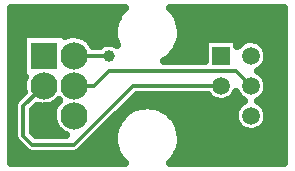
<source format=gbr>
G04 DipTrace 2.4.0.2*
%INTop.gbr*%
%MOIN*%
%ADD13C,0.0118*%
%ADD14C,0.025*%
%ADD16C,0.0906*%
%ADD17R,0.0906X0.0906*%
%ADD18C,0.0591*%
%ADD19R,0.0591X0.0591*%
%ADD20C,0.0394*%
%FSLAX44Y44*%
G04*
G70*
G90*
G75*
G01*
%LNTop*%
%LPD*%
X3642Y3937D2*
D13*
X3626Y3953D1*
X2469D1*
X1468Y2953D2*
X787Y2272D1*
Y1280D1*
X1083Y984D1*
X2461D1*
X4429Y2953D1*
X7374D1*
X2468D2*
X3150D1*
X3642Y3445D1*
X7882D1*
X8374Y2953D1*
D20*
X3642Y3937D3*
X390Y5292D2*
D14*
X3940D1*
X5900D2*
X9451D1*
X390Y5043D2*
X3834D1*
X6009D2*
X9451D1*
X390Y4794D2*
X3787D1*
X6056D2*
X9451D1*
X390Y4546D2*
X737D1*
X2876D2*
X3799D1*
X6041D2*
X9451D1*
X390Y4297D2*
X737D1*
X3111D2*
X3346D1*
X5970D2*
X6799D1*
X8826D2*
X9451D1*
X390Y4048D2*
X737D1*
X5826D2*
X6799D1*
X8939D2*
X9451D1*
X390Y3800D2*
X737D1*
X5560D2*
X6799D1*
X8927D2*
X9451D1*
X390Y3551D2*
X737D1*
X8771D2*
X9451D1*
X390Y3302D2*
X737D1*
X8822D2*
X9451D1*
X390Y3053D2*
X744D1*
X8939D2*
X9451D1*
X390Y2805D2*
X752D1*
X8927D2*
X9451D1*
X390Y2556D2*
X604D1*
X4498D2*
X6971D1*
X7779D2*
X7971D1*
X8779D2*
X9451D1*
X4251Y2307D2*
X7932D1*
X8818D2*
X9451D1*
X1123Y2059D2*
X1744D1*
X4001D2*
X4217D1*
X5626D2*
X7811D1*
X8935D2*
X9451D1*
X1123Y1810D2*
X1752D1*
X3751D2*
X3983D1*
X5861D2*
X7819D1*
X8927D2*
X9451D1*
X1123Y1561D2*
X1858D1*
X3505D2*
X3854D1*
X5990D2*
X7963D1*
X8783D2*
X9451D1*
X1220Y1313D2*
X2147D1*
X3255D2*
X3795D1*
X6048D2*
X9451D1*
X390Y1064D2*
X537D1*
X3005D2*
X3791D1*
X6052D2*
X9451D1*
X390Y815D2*
X784D1*
X2759D2*
X3846D1*
X5994D2*
X9451D1*
X390Y567D2*
X3971D1*
X5873D2*
X9451D1*
X6025Y4600D2*
X6004Y4477D1*
X5969Y4356D1*
X5921Y4241D1*
X5861Y4132D1*
X5788Y4030D1*
X5705Y3937D1*
X5611Y3854D1*
X5465Y3758D1*
X6825Y3757D1*
X6826Y4501D1*
X7922D1*
Y4263D1*
X7967Y4320D1*
X8060Y4402D1*
X8170Y4462D1*
X8290Y4495D1*
X8415Y4500D1*
X8537Y4476D1*
X8651Y4426D1*
X8751Y4351D1*
X8831Y4255D1*
X8888Y4144D1*
X8918Y4023D1*
X8922Y3953D1*
X8908Y3829D1*
X8866Y3711D1*
X8799Y3606D1*
X8710Y3519D1*
X8599Y3453D1*
X8651Y3426D1*
X8751Y3351D1*
X8831Y3255D1*
X8888Y3144D1*
X8918Y3023D1*
X8922Y2953D1*
X8908Y2829D1*
X8866Y2711D1*
X8799Y2606D1*
X8710Y2519D1*
X8599Y2453D1*
X8651Y2426D1*
X8751Y2351D1*
X8831Y2255D1*
X8888Y2144D1*
X8918Y2023D1*
X8922Y1953D1*
X8908Y1829D1*
X8866Y1711D1*
X8799Y1606D1*
X8710Y1519D1*
X8603Y1455D1*
X8485Y1416D1*
X8360Y1405D1*
X8237Y1422D1*
X8120Y1467D1*
X8017Y1536D1*
X7932Y1628D1*
X7870Y1736D1*
X7834Y1855D1*
X7826Y1980D1*
X7847Y2103D1*
X7894Y2218D1*
X7967Y2320D1*
X8060Y2402D1*
X8153Y2452D1*
X8017Y2536D1*
X7932Y2628D1*
X7876Y2726D1*
X7799Y2606D1*
X7710Y2519D1*
X7603Y2455D1*
X7485Y2416D1*
X7360Y2405D1*
X7237Y2422D1*
X7120Y2467D1*
X7017Y2536D1*
X6926Y2638D1*
X5749Y2641D1*
X4558D1*
X2681Y764D1*
X2578Y695D1*
X2461Y672D1*
X1083D1*
X961Y697D1*
X862Y764D1*
X567Y1059D1*
X498Y1162D1*
X475Y1280D1*
Y2272D1*
X500Y2393D1*
X567Y2492D1*
X801Y2727D1*
X769Y2860D1*
X763Y2985D1*
X780Y3109D1*
X828Y3245D1*
X763Y3247D1*
Y4659D1*
X2174D1*
Y4592D1*
X2270Y4630D1*
X2392Y4655D1*
X2517Y4657D1*
X2640Y4637D1*
X2758Y4596D1*
X2867Y4535D1*
X2964Y4456D1*
X3044Y4361D1*
X3101Y4263D1*
X3332Y4265D1*
X3408Y4322D1*
X3523Y4371D1*
X3646Y4387D1*
X3770Y4368D1*
X3892Y4309D1*
X3836Y4487D1*
X3817Y4611D1*
X3811Y4735D1*
X3819Y4860D1*
X3841Y4983D1*
X3877Y5103D1*
X3926Y5218D1*
X3988Y5326D1*
X4061Y5427D1*
X4172Y5542D1*
X1727Y5540D1*
X365D1*
Y365D1*
X4166D1*
X4048Y495D1*
X3976Y598D1*
X3917Y708D1*
X3870Y824D1*
X3836Y944D1*
X3817Y1067D1*
X3811Y1192D1*
X3819Y1317D1*
X3841Y1440D1*
X3877Y1559D1*
X3926Y1674D1*
X3988Y1783D1*
X4061Y1884D1*
X4146Y1976D1*
X4240Y2058D1*
X4343Y2129D1*
X4453Y2188D1*
X4569Y2234D1*
X4690Y2267D1*
X4813Y2286D1*
X4938Y2292D1*
X5062Y2283D1*
X5185Y2260D1*
X5305Y2223D1*
X5419Y2174D1*
X5528Y2111D1*
X5628Y2037D1*
X5720Y1953D1*
X5802Y1858D1*
X5872Y1755D1*
X5931Y1644D1*
X5976Y1528D1*
X6009Y1407D1*
X6032Y1181D1*
X6025Y1056D1*
X6004Y933D1*
X5969Y813D1*
X5921Y698D1*
X5861Y589D1*
X5788Y487D1*
X5672Y365D1*
X9477D1*
Y5540D1*
X5677D1*
X5802Y5401D1*
X5872Y5298D1*
X5931Y5188D1*
X5976Y5071D1*
X6009Y4951D1*
X6032Y4724D1*
X6025Y4600D1*
X1968Y2458D2*
X1915Y2406D1*
X1812Y2336D1*
X1698Y2285D1*
X1577Y2255D1*
X1452Y2247D1*
X1328Y2261D1*
X1242Y2287D1*
X1101Y2144D1*
X1100Y1408D1*
X1210Y1299D1*
X2209Y1297D1*
X2097Y1353D1*
X1997Y1427D1*
X1912Y1519D1*
X1844Y1623D1*
X1796Y1739D1*
X1769Y1860D1*
X1763Y1985D1*
X1780Y2109D1*
X1818Y2228D1*
X1877Y2338D1*
X1969Y2449D1*
D16*
X2469Y3953D3*
D17*
X1469D3*
D16*
X2469Y2953D3*
X1469D3*
X2469Y1953D3*
X1469D3*
D18*
X8374Y3953D3*
D19*
X7374D3*
D18*
X8374Y2953D3*
X7374D3*
X8374Y1953D3*
X7374D3*
M02*

</source>
